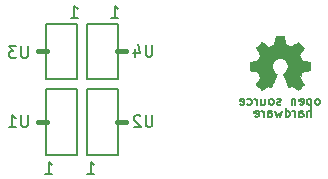
<source format=gbo>
%FSLAX36Y36*%
G04 Gerber Fmt 3.6, Leading zero omitted, Abs format (unit inch)*
G04 Created by KiCad (PCBNEW (2014-jul-16 BZR unknown)-product) date Sat 11 Oct 2014 11:47:49 AM PDT*
%MOIN*%
G01*
G04 APERTURE LIST*
%ADD10C,0.003937*%
%ADD11C,0.015748*%
%ADD12C,0.006000*%
%ADD13C,0.000100*%
%ADD14C,0.005906*%
%ADD15C,0.008000*%
G04 APERTURE END LIST*
D10*
D11*
X5088583Y-4311024D02*
X5059055Y-4311024D01*
X4793307Y-4311024D02*
X4822835Y-4311024D01*
X5059055Y-4547244D02*
X5088583Y-4547244D01*
X4822835Y-4547244D02*
X4793307Y-4547244D01*
D12*
X5705086Y-4529171D02*
X5705086Y-4499171D01*
X5692229Y-4529171D02*
X5692229Y-4513457D01*
X5693657Y-4510600D01*
X5696514Y-4509171D01*
X5700800Y-4509171D01*
X5703657Y-4510600D01*
X5705086Y-4512029D01*
X5665086Y-4529171D02*
X5665086Y-4513457D01*
X5666514Y-4510600D01*
X5669371Y-4509171D01*
X5675086Y-4509171D01*
X5677943Y-4510600D01*
X5665086Y-4527743D02*
X5667943Y-4529171D01*
X5675086Y-4529171D01*
X5677943Y-4527743D01*
X5679371Y-4524886D01*
X5679371Y-4522029D01*
X5677943Y-4519171D01*
X5675086Y-4517743D01*
X5667943Y-4517743D01*
X5665086Y-4516314D01*
X5650800Y-4529171D02*
X5650800Y-4509171D01*
X5650800Y-4514886D02*
X5649371Y-4512029D01*
X5647943Y-4510600D01*
X5645086Y-4509171D01*
X5642229Y-4509171D01*
X5619371Y-4529171D02*
X5619371Y-4499171D01*
X5619371Y-4527743D02*
X5622229Y-4529171D01*
X5627943Y-4529171D01*
X5630800Y-4527743D01*
X5632229Y-4526314D01*
X5633657Y-4523457D01*
X5633657Y-4514886D01*
X5632229Y-4512029D01*
X5630800Y-4510600D01*
X5627943Y-4509171D01*
X5622229Y-4509171D01*
X5619371Y-4510600D01*
X5607943Y-4509171D02*
X5602229Y-4529171D01*
X5596514Y-4514886D01*
X5590800Y-4529171D01*
X5585086Y-4509171D01*
X5560800Y-4529171D02*
X5560800Y-4513457D01*
X5562229Y-4510600D01*
X5565086Y-4509171D01*
X5570800Y-4509171D01*
X5573657Y-4510600D01*
X5560800Y-4527743D02*
X5563657Y-4529171D01*
X5570800Y-4529171D01*
X5573657Y-4527743D01*
X5575086Y-4524886D01*
X5575086Y-4522029D01*
X5573657Y-4519171D01*
X5570800Y-4517743D01*
X5563657Y-4517743D01*
X5560800Y-4516314D01*
X5546514Y-4529171D02*
X5546514Y-4509171D01*
X5546514Y-4514886D02*
X5545086Y-4512029D01*
X5543657Y-4510600D01*
X5540800Y-4509171D01*
X5537943Y-4509171D01*
X5516514Y-4527743D02*
X5519371Y-4529171D01*
X5525086Y-4529171D01*
X5527943Y-4527743D01*
X5529371Y-4524886D01*
X5529371Y-4513457D01*
X5527943Y-4510600D01*
X5525086Y-4509171D01*
X5519371Y-4509171D01*
X5516514Y-4510600D01*
X5515086Y-4513457D01*
X5515086Y-4516314D01*
X5529371Y-4519171D01*
X5727857Y-4488571D02*
X5730714Y-4487143D01*
X5732143Y-4485714D01*
X5733571Y-4482857D01*
X5733571Y-4474286D01*
X5732143Y-4471429D01*
X5730714Y-4470000D01*
X5727857Y-4468571D01*
X5723571Y-4468571D01*
X5720714Y-4470000D01*
X5719286Y-4471429D01*
X5717857Y-4474286D01*
X5717857Y-4482857D01*
X5719286Y-4485714D01*
X5720714Y-4487143D01*
X5723571Y-4488571D01*
X5727857Y-4488571D01*
X5705000Y-4468571D02*
X5705000Y-4498571D01*
X5705000Y-4470000D02*
X5702143Y-4468571D01*
X5696429Y-4468571D01*
X5693571Y-4470000D01*
X5692143Y-4471429D01*
X5690714Y-4474286D01*
X5690714Y-4482857D01*
X5692143Y-4485714D01*
X5693571Y-4487143D01*
X5696429Y-4488571D01*
X5702143Y-4488571D01*
X5705000Y-4487143D01*
X5666429Y-4487143D02*
X5669286Y-4488571D01*
X5675000Y-4488571D01*
X5677857Y-4487143D01*
X5679286Y-4484286D01*
X5679286Y-4472857D01*
X5677857Y-4470000D01*
X5675000Y-4468571D01*
X5669286Y-4468571D01*
X5666429Y-4470000D01*
X5665000Y-4472857D01*
X5665000Y-4475714D01*
X5679286Y-4478571D01*
X5652143Y-4468571D02*
X5652143Y-4488571D01*
X5652143Y-4471429D02*
X5650714Y-4470000D01*
X5647857Y-4468571D01*
X5643571Y-4468571D01*
X5640714Y-4470000D01*
X5639286Y-4472857D01*
X5639286Y-4488571D01*
X5603571Y-4487143D02*
X5600714Y-4488571D01*
X5595000Y-4488571D01*
X5592143Y-4487143D01*
X5590714Y-4484286D01*
X5590714Y-4482857D01*
X5592143Y-4480000D01*
X5595000Y-4478571D01*
X5599286Y-4478571D01*
X5602143Y-4477143D01*
X5603571Y-4474286D01*
X5603571Y-4472857D01*
X5602143Y-4470000D01*
X5599286Y-4468571D01*
X5595000Y-4468571D01*
X5592143Y-4470000D01*
X5573571Y-4488571D02*
X5576429Y-4487143D01*
X5577857Y-4485714D01*
X5579286Y-4482857D01*
X5579286Y-4474286D01*
X5577857Y-4471429D01*
X5576429Y-4470000D01*
X5573571Y-4468571D01*
X5569286Y-4468571D01*
X5566429Y-4470000D01*
X5565000Y-4471429D01*
X5563571Y-4474286D01*
X5563571Y-4482857D01*
X5565000Y-4485714D01*
X5566429Y-4487143D01*
X5569286Y-4488571D01*
X5573571Y-4488571D01*
X5537857Y-4468571D02*
X5537857Y-4488571D01*
X5550714Y-4468571D02*
X5550714Y-4484286D01*
X5549286Y-4487143D01*
X5546429Y-4488571D01*
X5542143Y-4488571D01*
X5539286Y-4487143D01*
X5537857Y-4485714D01*
X5523571Y-4488571D02*
X5523571Y-4468571D01*
X5523571Y-4474286D02*
X5522143Y-4471429D01*
X5520714Y-4470000D01*
X5517857Y-4468571D01*
X5515000Y-4468571D01*
X5492143Y-4487143D02*
X5495000Y-4488571D01*
X5500714Y-4488571D01*
X5503571Y-4487143D01*
X5505000Y-4485714D01*
X5506429Y-4482857D01*
X5506429Y-4474286D01*
X5505000Y-4471429D01*
X5503571Y-4470000D01*
X5500714Y-4468571D01*
X5495000Y-4468571D01*
X5492143Y-4470000D01*
X5467857Y-4487143D02*
X5470714Y-4488571D01*
X5476429Y-4488571D01*
X5479286Y-4487143D01*
X5480714Y-4484286D01*
X5480714Y-4472857D01*
X5479286Y-4470000D01*
X5476429Y-4468571D01*
X5470714Y-4468571D01*
X5467857Y-4470000D01*
X5466429Y-4472857D01*
X5466429Y-4475714D01*
X5480714Y-4478571D01*
D13*
G36*
X5539400Y-4439800D02*
X5540500Y-4439300D01*
X5542800Y-4437800D01*
X5546100Y-4435600D01*
X5550100Y-4432900D01*
X5554000Y-4430300D01*
X5557300Y-4428100D01*
X5559600Y-4426600D01*
X5560500Y-4426100D01*
X5561000Y-4426300D01*
X5562900Y-4427200D01*
X5565700Y-4428600D01*
X5567200Y-4429400D01*
X5569800Y-4430500D01*
X5571000Y-4430700D01*
X5571200Y-4430400D01*
X5572100Y-4428500D01*
X5573600Y-4425200D01*
X5575500Y-4420900D01*
X5577600Y-4415800D01*
X5579900Y-4410300D01*
X5582300Y-4404700D01*
X5584500Y-4399400D01*
X5586400Y-4394600D01*
X5588000Y-4390700D01*
X5589000Y-4388000D01*
X5589400Y-4386800D01*
X5589300Y-4386600D01*
X5588000Y-4385400D01*
X5585800Y-4383700D01*
X5581100Y-4379900D01*
X5576400Y-4374100D01*
X5573600Y-4367400D01*
X5572700Y-4360100D01*
X5573500Y-4353300D01*
X5576100Y-4346800D01*
X5580700Y-4340900D01*
X5586300Y-4336500D01*
X5592700Y-4333700D01*
X5600000Y-4332800D01*
X5606900Y-4333600D01*
X5613600Y-4336200D01*
X5619500Y-4340700D01*
X5622000Y-4343600D01*
X5625500Y-4349600D01*
X5627400Y-4355900D01*
X5627600Y-4357600D01*
X5627300Y-4364600D01*
X5625300Y-4371300D01*
X5621500Y-4377300D01*
X5616400Y-4382300D01*
X5615800Y-4382700D01*
X5613400Y-4384500D01*
X5611800Y-4385700D01*
X5610500Y-4386800D01*
X5619500Y-4408300D01*
X5620900Y-4411700D01*
X5623300Y-4417600D01*
X5625500Y-4422700D01*
X5627200Y-4426700D01*
X5628400Y-4429400D01*
X5628900Y-4430500D01*
X5629000Y-4430500D01*
X5629800Y-4430700D01*
X5631400Y-4430100D01*
X5634400Y-4428600D01*
X5636400Y-4427600D01*
X5638700Y-4426500D01*
X5639700Y-4426100D01*
X5640600Y-4426600D01*
X5642800Y-4428000D01*
X5646000Y-4430100D01*
X5649900Y-4432700D01*
X5653500Y-4435200D01*
X5656900Y-4437500D01*
X5659400Y-4439000D01*
X5660500Y-4439700D01*
X5660700Y-4439700D01*
X5661800Y-4439100D01*
X5663700Y-4437500D01*
X5666700Y-4434700D01*
X5670800Y-4430600D01*
X5671400Y-4430000D01*
X5674800Y-4426500D01*
X5677600Y-4423600D01*
X5679500Y-4421500D01*
X5680100Y-4420600D01*
X5680100Y-4420600D01*
X5679500Y-4419400D01*
X5678000Y-4417000D01*
X5675700Y-4413500D01*
X5673000Y-4409500D01*
X5665900Y-4399200D01*
X5669800Y-4389400D01*
X5671000Y-4386400D01*
X5672500Y-4382800D01*
X5673700Y-4380200D01*
X5674300Y-4379100D01*
X5675300Y-4378700D01*
X5678000Y-4378000D01*
X5681900Y-4377200D01*
X5686500Y-4376400D01*
X5690900Y-4375600D01*
X5694900Y-4374800D01*
X5697800Y-4374300D01*
X5699100Y-4374000D01*
X5699400Y-4373800D01*
X5699600Y-4373200D01*
X5699800Y-4371800D01*
X5699900Y-4369400D01*
X5699900Y-4365600D01*
X5699900Y-4360100D01*
X5699900Y-4359500D01*
X5699900Y-4354200D01*
X5699800Y-4350000D01*
X5699700Y-4347400D01*
X5699500Y-4346300D01*
X5699500Y-4346300D01*
X5698200Y-4346000D01*
X5695400Y-4345400D01*
X5691400Y-4344600D01*
X5686700Y-4343700D01*
X5686400Y-4343600D01*
X5681700Y-4342700D01*
X5677700Y-4341900D01*
X5674900Y-4341200D01*
X5673700Y-4340900D01*
X5673500Y-4340500D01*
X5672500Y-4338700D01*
X5671200Y-4335800D01*
X5669600Y-4332200D01*
X5668100Y-4328500D01*
X5666700Y-4325100D01*
X5665800Y-4322600D01*
X5665600Y-4321500D01*
X5665600Y-4321500D01*
X5666300Y-4320300D01*
X5667900Y-4317900D01*
X5670200Y-4314500D01*
X5673000Y-4310500D01*
X5673200Y-4310200D01*
X5675900Y-4306200D01*
X5678100Y-4302800D01*
X5679600Y-4300400D01*
X5680100Y-4299300D01*
X5680100Y-4299200D01*
X5679200Y-4298000D01*
X5677200Y-4295800D01*
X5674300Y-4292700D01*
X5670800Y-4289200D01*
X5669700Y-4288100D01*
X5665800Y-4284300D01*
X5663100Y-4281800D01*
X5661400Y-4280500D01*
X5660600Y-4280200D01*
X5660600Y-4280200D01*
X5659400Y-4280900D01*
X5656800Y-4282600D01*
X5653400Y-4284900D01*
X5649400Y-4287700D01*
X5649100Y-4287900D01*
X5645100Y-4290600D01*
X5641700Y-4292800D01*
X5639400Y-4294400D01*
X5638300Y-4295000D01*
X5638200Y-4295000D01*
X5636500Y-4294500D01*
X5633700Y-4293500D01*
X5630200Y-4292200D01*
X5626500Y-4290700D01*
X5623100Y-4289300D01*
X5620600Y-4288100D01*
X5619400Y-4287500D01*
X5619400Y-4287400D01*
X5619000Y-4286000D01*
X5618300Y-4283000D01*
X5617400Y-4278900D01*
X5616500Y-4274000D01*
X5616400Y-4273200D01*
X5615500Y-4268400D01*
X5614700Y-4264500D01*
X5614100Y-4261800D01*
X5613900Y-4260600D01*
X5613200Y-4260500D01*
X5610800Y-4260300D01*
X5607300Y-4260200D01*
X5603000Y-4260200D01*
X5598500Y-4260200D01*
X5594100Y-4260300D01*
X5590300Y-4260400D01*
X5587600Y-4260600D01*
X5586500Y-4260800D01*
X5586500Y-4260900D01*
X5586000Y-4262400D01*
X5585400Y-4265400D01*
X5584500Y-4269500D01*
X5583600Y-4274400D01*
X5583400Y-4275300D01*
X5582500Y-4280000D01*
X5581700Y-4283900D01*
X5581200Y-4286600D01*
X5580900Y-4287700D01*
X5580400Y-4287900D01*
X5578500Y-4288800D01*
X5575300Y-4290100D01*
X5571300Y-4291700D01*
X5562200Y-4295400D01*
X5551000Y-4287700D01*
X5549900Y-4287000D01*
X5545900Y-4284200D01*
X5542600Y-4282000D01*
X5540300Y-4280500D01*
X5539300Y-4280000D01*
X5539200Y-4280000D01*
X5538100Y-4281000D01*
X5535900Y-4283100D01*
X5532900Y-4286100D01*
X5529300Y-4289600D01*
X5526700Y-4292200D01*
X5523600Y-4295300D01*
X5521700Y-4297500D01*
X5520600Y-4298800D01*
X5520200Y-4299600D01*
X5520300Y-4300200D01*
X5521000Y-4301300D01*
X5522700Y-4303800D01*
X5525000Y-4307200D01*
X5527700Y-4311200D01*
X5530000Y-4314500D01*
X5532400Y-4318300D01*
X5534000Y-4321000D01*
X5534500Y-4322300D01*
X5534400Y-4322800D01*
X5533600Y-4325000D01*
X5532300Y-4328300D01*
X5530600Y-4332300D01*
X5526700Y-4341200D01*
X5520900Y-4342300D01*
X5517300Y-4343000D01*
X5512400Y-4343900D01*
X5507700Y-4344800D01*
X5500300Y-4346300D01*
X5500000Y-4373300D01*
X5501200Y-4373800D01*
X5502300Y-4374100D01*
X5505000Y-4374700D01*
X5508900Y-4375500D01*
X5513500Y-4376300D01*
X5517400Y-4377100D01*
X5521400Y-4377800D01*
X5524200Y-4378400D01*
X5525500Y-4378600D01*
X5525800Y-4379100D01*
X5526800Y-4381000D01*
X5528200Y-4384000D01*
X5529800Y-4387700D01*
X5531300Y-4391500D01*
X5532700Y-4395000D01*
X5533700Y-4397600D01*
X5534100Y-4399000D01*
X5533500Y-4400100D01*
X5532000Y-4402400D01*
X5529800Y-4405700D01*
X5527200Y-4409600D01*
X5524500Y-4413500D01*
X5522200Y-4416900D01*
X5520600Y-4419300D01*
X5520000Y-4420400D01*
X5520300Y-4421200D01*
X5521900Y-4423100D01*
X5524800Y-4426100D01*
X5529200Y-4430500D01*
X5530000Y-4431200D01*
X5533500Y-4434600D01*
X5536400Y-4437300D01*
X5538500Y-4439100D01*
X5539400Y-4439800D01*
X5539400Y-4439800D01*
G37*
X5539400Y-4439800D02*
X5540500Y-4439300D01*
X5542800Y-4437800D01*
X5546100Y-4435600D01*
X5550100Y-4432900D01*
X5554000Y-4430300D01*
X5557300Y-4428100D01*
X5559600Y-4426600D01*
X5560500Y-4426100D01*
X5561000Y-4426300D01*
X5562900Y-4427200D01*
X5565700Y-4428600D01*
X5567200Y-4429400D01*
X5569800Y-4430500D01*
X5571000Y-4430700D01*
X5571200Y-4430400D01*
X5572100Y-4428500D01*
X5573600Y-4425200D01*
X5575500Y-4420900D01*
X5577600Y-4415800D01*
X5579900Y-4410300D01*
X5582300Y-4404700D01*
X5584500Y-4399400D01*
X5586400Y-4394600D01*
X5588000Y-4390700D01*
X5589000Y-4388000D01*
X5589400Y-4386800D01*
X5589300Y-4386600D01*
X5588000Y-4385400D01*
X5585800Y-4383700D01*
X5581100Y-4379900D01*
X5576400Y-4374100D01*
X5573600Y-4367400D01*
X5572700Y-4360100D01*
X5573500Y-4353300D01*
X5576100Y-4346800D01*
X5580700Y-4340900D01*
X5586300Y-4336500D01*
X5592700Y-4333700D01*
X5600000Y-4332800D01*
X5606900Y-4333600D01*
X5613600Y-4336200D01*
X5619500Y-4340700D01*
X5622000Y-4343600D01*
X5625500Y-4349600D01*
X5627400Y-4355900D01*
X5627600Y-4357600D01*
X5627300Y-4364600D01*
X5625300Y-4371300D01*
X5621500Y-4377300D01*
X5616400Y-4382300D01*
X5615800Y-4382700D01*
X5613400Y-4384500D01*
X5611800Y-4385700D01*
X5610500Y-4386800D01*
X5619500Y-4408300D01*
X5620900Y-4411700D01*
X5623300Y-4417600D01*
X5625500Y-4422700D01*
X5627200Y-4426700D01*
X5628400Y-4429400D01*
X5628900Y-4430500D01*
X5629000Y-4430500D01*
X5629800Y-4430700D01*
X5631400Y-4430100D01*
X5634400Y-4428600D01*
X5636400Y-4427600D01*
X5638700Y-4426500D01*
X5639700Y-4426100D01*
X5640600Y-4426600D01*
X5642800Y-4428000D01*
X5646000Y-4430100D01*
X5649900Y-4432700D01*
X5653500Y-4435200D01*
X5656900Y-4437500D01*
X5659400Y-4439000D01*
X5660500Y-4439700D01*
X5660700Y-4439700D01*
X5661800Y-4439100D01*
X5663700Y-4437500D01*
X5666700Y-4434700D01*
X5670800Y-4430600D01*
X5671400Y-4430000D01*
X5674800Y-4426500D01*
X5677600Y-4423600D01*
X5679500Y-4421500D01*
X5680100Y-4420600D01*
X5680100Y-4420600D01*
X5679500Y-4419400D01*
X5678000Y-4417000D01*
X5675700Y-4413500D01*
X5673000Y-4409500D01*
X5665900Y-4399200D01*
X5669800Y-4389400D01*
X5671000Y-4386400D01*
X5672500Y-4382800D01*
X5673700Y-4380200D01*
X5674300Y-4379100D01*
X5675300Y-4378700D01*
X5678000Y-4378000D01*
X5681900Y-4377200D01*
X5686500Y-4376400D01*
X5690900Y-4375600D01*
X5694900Y-4374800D01*
X5697800Y-4374300D01*
X5699100Y-4374000D01*
X5699400Y-4373800D01*
X5699600Y-4373200D01*
X5699800Y-4371800D01*
X5699900Y-4369400D01*
X5699900Y-4365600D01*
X5699900Y-4360100D01*
X5699900Y-4359500D01*
X5699900Y-4354200D01*
X5699800Y-4350000D01*
X5699700Y-4347400D01*
X5699500Y-4346300D01*
X5699500Y-4346300D01*
X5698200Y-4346000D01*
X5695400Y-4345400D01*
X5691400Y-4344600D01*
X5686700Y-4343700D01*
X5686400Y-4343600D01*
X5681700Y-4342700D01*
X5677700Y-4341900D01*
X5674900Y-4341200D01*
X5673700Y-4340900D01*
X5673500Y-4340500D01*
X5672500Y-4338700D01*
X5671200Y-4335800D01*
X5669600Y-4332200D01*
X5668100Y-4328500D01*
X5666700Y-4325100D01*
X5665800Y-4322600D01*
X5665600Y-4321500D01*
X5665600Y-4321500D01*
X5666300Y-4320300D01*
X5667900Y-4317900D01*
X5670200Y-4314500D01*
X5673000Y-4310500D01*
X5673200Y-4310200D01*
X5675900Y-4306200D01*
X5678100Y-4302800D01*
X5679600Y-4300400D01*
X5680100Y-4299300D01*
X5680100Y-4299200D01*
X5679200Y-4298000D01*
X5677200Y-4295800D01*
X5674300Y-4292700D01*
X5670800Y-4289200D01*
X5669700Y-4288100D01*
X5665800Y-4284300D01*
X5663100Y-4281800D01*
X5661400Y-4280500D01*
X5660600Y-4280200D01*
X5660600Y-4280200D01*
X5659400Y-4280900D01*
X5656800Y-4282600D01*
X5653400Y-4284900D01*
X5649400Y-4287700D01*
X5649100Y-4287900D01*
X5645100Y-4290600D01*
X5641700Y-4292800D01*
X5639400Y-4294400D01*
X5638300Y-4295000D01*
X5638200Y-4295000D01*
X5636500Y-4294500D01*
X5633700Y-4293500D01*
X5630200Y-4292200D01*
X5626500Y-4290700D01*
X5623100Y-4289300D01*
X5620600Y-4288100D01*
X5619400Y-4287500D01*
X5619400Y-4287400D01*
X5619000Y-4286000D01*
X5618300Y-4283000D01*
X5617400Y-4278900D01*
X5616500Y-4274000D01*
X5616400Y-4273200D01*
X5615500Y-4268400D01*
X5614700Y-4264500D01*
X5614100Y-4261800D01*
X5613900Y-4260600D01*
X5613200Y-4260500D01*
X5610800Y-4260300D01*
X5607300Y-4260200D01*
X5603000Y-4260200D01*
X5598500Y-4260200D01*
X5594100Y-4260300D01*
X5590300Y-4260400D01*
X5587600Y-4260600D01*
X5586500Y-4260800D01*
X5586500Y-4260900D01*
X5586000Y-4262400D01*
X5585400Y-4265400D01*
X5584500Y-4269500D01*
X5583600Y-4274400D01*
X5583400Y-4275300D01*
X5582500Y-4280000D01*
X5581700Y-4283900D01*
X5581200Y-4286600D01*
X5580900Y-4287700D01*
X5580400Y-4287900D01*
X5578500Y-4288800D01*
X5575300Y-4290100D01*
X5571300Y-4291700D01*
X5562200Y-4295400D01*
X5551000Y-4287700D01*
X5549900Y-4287000D01*
X5545900Y-4284200D01*
X5542600Y-4282000D01*
X5540300Y-4280500D01*
X5539300Y-4280000D01*
X5539200Y-4280000D01*
X5538100Y-4281000D01*
X5535900Y-4283100D01*
X5532900Y-4286100D01*
X5529300Y-4289600D01*
X5526700Y-4292200D01*
X5523600Y-4295300D01*
X5521700Y-4297500D01*
X5520600Y-4298800D01*
X5520200Y-4299600D01*
X5520300Y-4300200D01*
X5521000Y-4301300D01*
X5522700Y-4303800D01*
X5525000Y-4307200D01*
X5527700Y-4311200D01*
X5530000Y-4314500D01*
X5532400Y-4318300D01*
X5534000Y-4321000D01*
X5534500Y-4322300D01*
X5534400Y-4322800D01*
X5533600Y-4325000D01*
X5532300Y-4328300D01*
X5530600Y-4332300D01*
X5526700Y-4341200D01*
X5520900Y-4342300D01*
X5517300Y-4343000D01*
X5512400Y-4343900D01*
X5507700Y-4344800D01*
X5500300Y-4346300D01*
X5500000Y-4373300D01*
X5501200Y-4373800D01*
X5502300Y-4374100D01*
X5505000Y-4374700D01*
X5508900Y-4375500D01*
X5513500Y-4376300D01*
X5517400Y-4377100D01*
X5521400Y-4377800D01*
X5524200Y-4378400D01*
X5525500Y-4378600D01*
X5525800Y-4379100D01*
X5526800Y-4381000D01*
X5528200Y-4384000D01*
X5529800Y-4387700D01*
X5531300Y-4391500D01*
X5532700Y-4395000D01*
X5533700Y-4397600D01*
X5534100Y-4399000D01*
X5533500Y-4400100D01*
X5532000Y-4402400D01*
X5529800Y-4405700D01*
X5527200Y-4409600D01*
X5524500Y-4413500D01*
X5522200Y-4416900D01*
X5520600Y-4419300D01*
X5520000Y-4420400D01*
X5520300Y-4421200D01*
X5521900Y-4423100D01*
X5524800Y-4426100D01*
X5529200Y-4430500D01*
X5530000Y-4431200D01*
X5533500Y-4434600D01*
X5536400Y-4437300D01*
X5538500Y-4439100D01*
X5539400Y-4439800D01*
D14*
X4820866Y-4437008D02*
X4820866Y-4657480D01*
X4820866Y-4657480D02*
X4923228Y-4657480D01*
X4923228Y-4657480D02*
X4923228Y-4437008D01*
X4923228Y-4437008D02*
X4820866Y-4437008D01*
X4958661Y-4437008D02*
X4958661Y-4657480D01*
X4958661Y-4657480D02*
X5061024Y-4657480D01*
X5061024Y-4657480D02*
X5061024Y-4437008D01*
X5061024Y-4437008D02*
X4958661Y-4437008D01*
X4923228Y-4401575D02*
X4923228Y-4220472D01*
X4923228Y-4220472D02*
X4820866Y-4220472D01*
X4820866Y-4220472D02*
X4820866Y-4401575D01*
X4820866Y-4401575D02*
X4923228Y-4401575D01*
X5061024Y-4401575D02*
X5061024Y-4220472D01*
X5061024Y-4220472D02*
X4958661Y-4220472D01*
X4958661Y-4220472D02*
X4958661Y-4401575D01*
X4958661Y-4401575D02*
X5061024Y-4401575D01*
D15*
X4760476Y-4523095D02*
X4760476Y-4555476D01*
X4758571Y-4559286D01*
X4756667Y-4561190D01*
X4752857Y-4563095D01*
X4745238Y-4563095D01*
X4741429Y-4561190D01*
X4739524Y-4559286D01*
X4737619Y-4555476D01*
X4737619Y-4523095D01*
X4697619Y-4563095D02*
X4720476Y-4563095D01*
X4709048Y-4563095D02*
X4709048Y-4523095D01*
X4712857Y-4528810D01*
X4716667Y-4532619D01*
X4720476Y-4534524D01*
X4818571Y-4718095D02*
X4841429Y-4718095D01*
X4830000Y-4718095D02*
X4830000Y-4678095D01*
X4833809Y-4683810D01*
X4837619Y-4687619D01*
X4841429Y-4689524D01*
X5175476Y-4523095D02*
X5175476Y-4555476D01*
X5173571Y-4559286D01*
X5171667Y-4561190D01*
X5167857Y-4563095D01*
X5160238Y-4563095D01*
X5156429Y-4561190D01*
X5154524Y-4559286D01*
X5152619Y-4555476D01*
X5152619Y-4523095D01*
X5135476Y-4526905D02*
X5133571Y-4525000D01*
X5129762Y-4523095D01*
X5120238Y-4523095D01*
X5116429Y-4525000D01*
X5114524Y-4526905D01*
X5112619Y-4530714D01*
X5112619Y-4534524D01*
X5114524Y-4540238D01*
X5137381Y-4563095D01*
X5112619Y-4563095D01*
X4958571Y-4718095D02*
X4981429Y-4718095D01*
X4970000Y-4718095D02*
X4970000Y-4678095D01*
X4973809Y-4683810D01*
X4977619Y-4687619D01*
X4981429Y-4689524D01*
X4760476Y-4293095D02*
X4760476Y-4325476D01*
X4758571Y-4329286D01*
X4756667Y-4331190D01*
X4752857Y-4333095D01*
X4745238Y-4333095D01*
X4741429Y-4331190D01*
X4739524Y-4329286D01*
X4737619Y-4325476D01*
X4737619Y-4293095D01*
X4722381Y-4293095D02*
X4697619Y-4293095D01*
X4710952Y-4308333D01*
X4705238Y-4308333D01*
X4701429Y-4310238D01*
X4699524Y-4312143D01*
X4697619Y-4315952D01*
X4697619Y-4325476D01*
X4699524Y-4329286D01*
X4701429Y-4331190D01*
X4705238Y-4333095D01*
X4716667Y-4333095D01*
X4720476Y-4331190D01*
X4722381Y-4329286D01*
X4903571Y-4198095D02*
X4926429Y-4198095D01*
X4915000Y-4198095D02*
X4915000Y-4158095D01*
X4918809Y-4163810D01*
X4922619Y-4167619D01*
X4926429Y-4169524D01*
X5175476Y-4288095D02*
X5175476Y-4320476D01*
X5173571Y-4324286D01*
X5171667Y-4326190D01*
X5167857Y-4328095D01*
X5160238Y-4328095D01*
X5156429Y-4326190D01*
X5154524Y-4324286D01*
X5152619Y-4320476D01*
X5152619Y-4288095D01*
X5116429Y-4301429D02*
X5116429Y-4328095D01*
X5125952Y-4286190D02*
X5135476Y-4314762D01*
X5110714Y-4314762D01*
X5038571Y-4198095D02*
X5061429Y-4198095D01*
X5050000Y-4198095D02*
X5050000Y-4158095D01*
X5053809Y-4163810D01*
X5057619Y-4167619D01*
X5061429Y-4169524D01*
M02*

</source>
